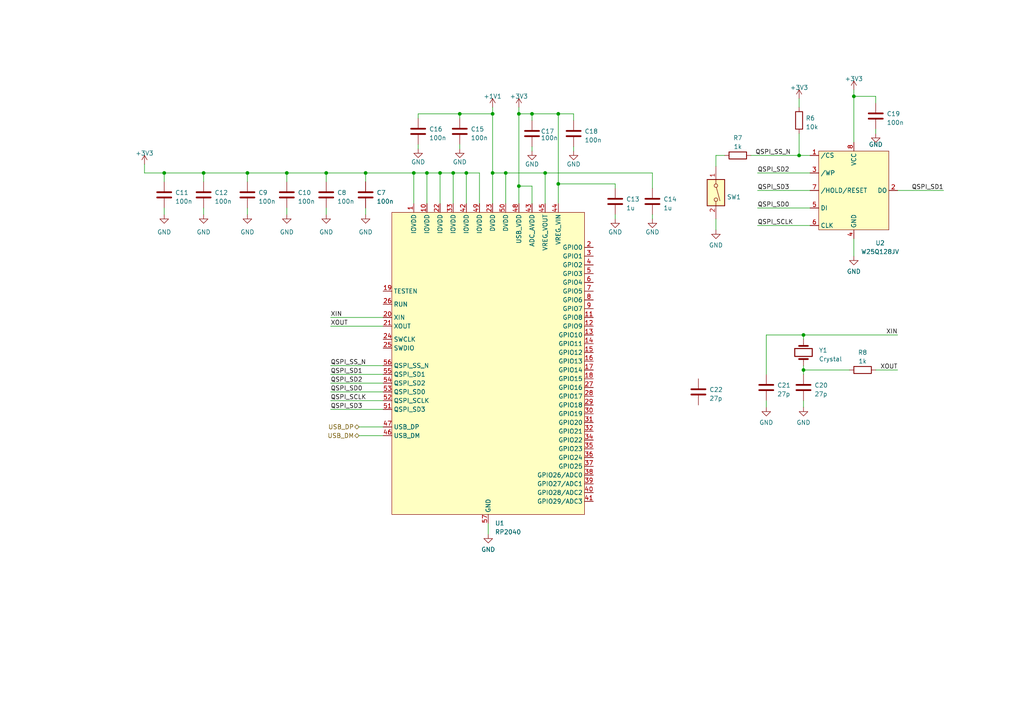
<source format=kicad_sch>
(kicad_sch (version 20230121) (generator eeschema)
  (paper "A4")
  (lib_symbols
    (symbol "Device:C" (pin_numbers hide) (pin_names (offset 0.254))
      (property "Reference" "C" (at 0.635 2.54 0))
      (property "Value" "C" (at 0.635 -2.54 0))
      (symbol "C_0_1"
        (polyline (pts (xy -2.032 -0.762) (xy 2.032 -0.762)) (stroke (width 0.508)))
        (polyline (pts (xy -2.032 0.762) (xy 2.032 0.762)) (stroke (width 0.508)))
      )
      (symbol "C_1_1"
        (pin passive line (at 0 3.81 270) (length 2.794) (name "~") (number "1"))
        (pin passive line (at 0 -3.81 90) (length 2.794) (name "~") (number "2"))
      )
    )
    (symbol "Device:Crystal" (pin_numbers hide) (pin_names (offset 1.016) hide)
      (property "Reference" "Y" (at 0 3.81 0))
      (property "Value" "Crystal" (at 0 -3.81 0))
      (symbol "Crystal_0_1"
        (rectangle (start -1.143 2.54) (end 1.143 -2.54) (stroke (width 0.3048)))
        (polyline (pts (xy -2.54 0) (xy -1.905 0)))
        (polyline (pts (xy -1.905 -1.27) (xy -1.905 1.27)) (stroke (width 0.508)))
        (polyline (pts (xy 1.905 -1.27) (xy 1.905 1.27)) (stroke (width 0.508)))
        (polyline (pts (xy 2.54 0) (xy 1.905 0)))
      )
      (symbol "Crystal_1_1"
        (pin passive line (at -3.81 0 0) (length 1.27) (name "1") (number "1"))
        (pin passive line (at 3.81 0 180) (length 1.27) (name "2") (number "2"))
      )
    )
    (symbol "Device:R" (pin_numbers hide) (pin_names (offset 0))
      (property "Reference" "R" (at 2.032 0 90))
      (property "Value" "R" (at 0 0 90))
      (symbol "R_0_1"
        (rectangle (start -1.016 -2.54) (end 1.016 2.54) (stroke (width 0.254)))
      )
      (symbol "R_1_1"
        (pin passive line (at 0 3.81 270) (length 1.27) (name "~") (number "1"))
        (pin passive line (at 0 -3.81 90) (length 1.27) (name "~") (number "2"))
      )
    )
    (symbol "Switch:SW_DIP_x01" (pin_names (offset 0) hide)
      (property "Reference" "SW" (at 0 3.81 0))
      (property "Value" "SW_DIP_x01" (at 0 -3.81 0))
      (symbol "SW_DIP_x01_0_0"
        (circle (center -2.032 0) (radius 0.508))
        (polyline (pts (xy -1.524 0.127) (xy 2.3622 1.1684)))
        (circle (center 2.032 0) (radius 0.508))
      )
      (symbol "SW_DIP_x01_0_1"
        (rectangle (start -3.81 2.54) (end 3.81 -2.54) (stroke (width 0.254)) (fill (type background)))
      )
      (symbol "SW_DIP_x01_1_1"
        (pin passive line (at -7.62 0 0) (length 5.08) (name "~") (number "1"))
        (pin passive line (at 7.62 0 180) (length 5.08) (name "~") (number "2"))
      )
    )
    (symbol "User_Symbol:RP2040"
      (property "Reference" "U" (at 3.81 -44.45 0))
      (property "Value" "RP2040" (at 6.35 -46.99 0))
      (symbol "RP2040_0_1"
        (rectangle (start -27.94 45.72) (end 27.94 -41.91) (fill (type background)))
      )
      (symbol "RP2040_1_1"
        (pin power_in line (at -21.59 48.26 270) (length 2.54) (name "IOVDD") (number "1"))
        (pin power_in line (at -17.78 48.26 270) (length 2.54) (name "IOVDD") (number "10"))
        (pin bidirectional line (at 30.48 15.24 180) (length 2.54) (name "GPIO8") (number "11"))
        (pin bidirectional line (at 30.48 12.7 180) (length 2.54) (name "GPIO9") (number "12"))
        (pin bidirectional line (at 30.48 10.16 180) (length 2.54) (name "GPIO10") (number "13"))
        (pin bidirectional line (at 30.48 7.62 180) (length 2.54) (name "GPIO11") (number "14"))
        (pin bidirectional line (at 30.48 5.08 180) (length 2.54) (name "GPIO12") (number "15"))
        (pin bidirectional line (at 30.48 2.54 180) (length 2.54) (name "GPIO13") (number "16"))
        (pin bidirectional line (at 30.48 0 180) (length 2.54) (name "GPIO14") (number "17"))
        (pin bidirectional line (at 30.48 -2.54 180) (length 2.54) (name "GPIO15") (number "18"))
        (pin bidirectional line (at -30.48 22.86 0) (length 2.54) (name "TESTEN") (number "19"))
        (pin bidirectional line (at 30.48 35.56 180) (length 2.54) (name "GPIO0") (number "2"))
        (pin input line (at -30.48 15.24 0) (length 2.54) (name "XIN") (number "20"))
        (pin output line (at -30.48 12.7 0) (length 2.54) (name "XOUT") (number "21"))
        (pin power_in line (at -13.97 48.26 270) (length 2.54) (name "IOVDD") (number "22"))
        (pin power_in line (at 1.27 48.26 270) (length 2.54) (name "DVDD") (number "23"))
        (pin bidirectional line (at -30.48 8.89 0) (length 2.54) (name "SWCLK") (number "24"))
        (pin bidirectional line (at -30.48 6.35 0) (length 2.54) (name "SWDIO") (number "25"))
        (pin bidirectional line (at -30.48 19.05 0) (length 2.54) (name "RUN") (number "26"))
        (pin bidirectional line (at 30.48 -5.08 180) (length 2.54) (name "GPIO16") (number "27"))
        (pin bidirectional line (at 30.48 -7.62 180) (length 2.54) (name "GPIO17") (number "28"))
        (pin bidirectional line (at 30.48 -10.16 180) (length 2.54) (name "GPIO18") (number "29"))
        (pin bidirectional line (at 30.48 33.02 180) (length 2.54) (name "GPIO1") (number "3"))
        (pin bidirectional line (at 30.48 -12.7 180) (length 2.54) (name "GPIO19") (number "30"))
        (pin bidirectional line (at 30.48 -15.24 180) (length 2.54) (name "GPIO20") (number "31"))
        (pin bidirectional line (at 30.48 -17.78 180) (length 2.54) (name "GPIO21") (number "32"))
        (pin power_in line (at -10.16 48.26 270) (length 2.54) (name "IOVDD") (number "33"))
        (pin bidirectional line (at 30.48 -20.32 180) (length 2.54) (name "GPIO22") (number "34"))
        (pin bidirectional line (at 30.48 -22.86 180) (length 2.54) (name "GPIO23") (number "35"))
        (pin bidirectional line (at 30.48 -25.4 180) (length 2.54) (name "GPIO24") (number "36"))
        (pin bidirectional line (at 30.48 -27.94 180) (length 2.54) (name "GPIO25") (number "37"))
        (pin bidirectional line (at 30.48 -30.48 180) (length 2.54) (name "GPIO26/ADC0") (number "38"))
        (pin bidirectional line (at 30.48 -33.02 180) (length 2.54) (name "GPIO27/ADC1") (number "39"))
        (pin bidirectional line (at 30.48 30.48 180) (length 2.54) (name "GPIO2") (number "4"))
        (pin bidirectional line (at 30.48 -35.56 180) (length 2.54) (name "GPIO28/ADC2") (number "40"))
        (pin bidirectional line (at 30.48 -38.1 180) (length 2.54) (name "GPIO29/ADC3") (number "41"))
        (pin power_in line (at -6.35 48.26 270) (length 2.54) (name "IOVDD") (number "42"))
        (pin power_in line (at 12.7 48.26 270) (length 2.54) (name "ADC_AVDD") (number "43"))
        (pin power_out line (at 20.32 48.26 270) (length 2.54) (name "VREG_VIN") (number "44"))
        (pin power_out line (at 16.51 48.26 270) (length 2.54) (name "VREG_VOUT") (number "45"))
        (pin bidirectional line (at -30.48 -19.05 0) (length 2.54) (name "USB_DM") (number "46"))
        (pin bidirectional line (at -30.48 -16.51 0) (length 2.54) (name "USB_DP") (number "47"))
        (pin power_in line (at 8.89 48.26 270) (length 2.54) (name "USB_VDD") (number "48"))
        (pin power_in line (at -2.54 48.26 270) (length 2.54) (name "IOVDD") (number "49"))
        (pin bidirectional line (at 30.48 27.94 180) (length 2.54) (name "GPIO3") (number "5"))
        (pin power_in line (at 5.08 48.26 270) (length 2.54) (name "DVDD") (number "50"))
        (pin bidirectional line (at -30.48 -11.43 0) (length 2.54) (name "QSPI_SD3") (number "51"))
        (pin bidirectional line (at -30.48 -8.89 0) (length 2.54) (name "QSPI_SCLK") (number "52"))
        (pin bidirectional line (at -30.48 -6.35 0) (length 2.54) (name "QSPI_SD0") (number "53"))
        (pin bidirectional line (at -30.48 -3.81 0) (length 2.54) (name "QSPI_SD2") (number "54"))
        (pin bidirectional line (at -30.48 -1.27 0) (length 2.54) (name "QSPI_SD1") (number "55"))
        (pin bidirectional line (at -30.48 1.27 0) (length 2.54) (name "QSPI_SS_N") (number "56"))
        (pin power_in line (at 0 -44.45 90) (length 2.54) (name "GND") (number "57"))
        (pin bidirectional line (at 30.48 25.4 180) (length 2.54) (name "GPIO4") (number "6"))
        (pin bidirectional line (at 30.48 22.86 180) (length 2.54) (name "GPIO5") (number "7"))
        (pin bidirectional line (at 30.48 20.32 180) (length 2.54) (name "GPIO6") (number "8"))
        (pin bidirectional line (at 30.48 17.78 180) (length 2.54) (name "GPIO7") (number "9"))
      )
    )
    (symbol "User_Symbol:W25Q128JV"
      (property "Reference" "U" (at 3.81 -13.97 0))
      (property "Value" "W25Q128JV" (at 6.35 -16.51 0))
      (symbol "W25Q128JV_0_1"
        (rectangle (start -10.16 11.43) (end 10.16 -11.43) (fill (type background)))
      )
      (symbol "W25Q128JV_1_1"
        (pin input line (at -12.7 10.16 0) (length 2.54) (name "/CS") (number "1"))
        (pin output line (at 12.7 0 180) (length 2.54) (name "DO") (number "2"))
        (pin input line (at -12.7 5.08 0) (length 2.54) (name "/WP") (number "3"))
        (pin power_in line (at 0 -13.97 90) (length 2.54) (name "GND") (number "4"))
        (pin input line (at -12.7 -5.08 0) (length 2.54) (name "DI") (number "5"))
        (pin input line (at -12.7 -10.16 0) (length 2.54) (name "CLK") (number "6"))
        (pin input line (at -12.7 0 0) (length 2.54) (name "/HOLD/RESET") (number "7"))
        (pin power_in line (at 0 13.97 270) (length 2.54) (name "VCC") (number "8"))
      )
    )
    (symbol "power:+1V1" (power) (pin_names (offset 0))
      (property "Value" "+1V1" (at 0 3.556 0))
      (symbol "+1V1_0_1"
        (polyline (pts (xy -0.762 1.27) (xy 0 2.54)))
        (polyline (pts (xy 0 0) (xy 0 2.54)))
        (polyline (pts (xy 0 2.54) (xy 0.762 1.27)))
      )
      (symbol "+1V1_1_1"
        (pin power_in line (at 0 0 90) (length 0) hide (name "+1V1") (number "1"))
      )
    )
    (symbol "power:+3V3" (power) (pin_names (offset 0))
      (property "Value" "+3V3" (at 0 3.556 0))
      (symbol "+3V3_0_1"
        (polyline (pts (xy -0.762 1.27) (xy 0 2.54)))
        (polyline (pts (xy 0 0) (xy 0 2.54)))
        (polyline (pts (xy 0 2.54) (xy 0.762 1.27)))
      )
      (symbol "+3V3_1_1"
        (pin power_in line (at 0 0 90) (length 0) hide (name "+3V3") (number "1"))
      )
    )
    (symbol "power:GND" (power) (pin_names (offset 0))
      (property "Value" "GND" (at 0 -3.81 0))
      (symbol "GND_0_1"
        (polyline (pts (xy 0 0) (xy 0 -1.27) (xy 1.27 -1.27) (xy 0 -2.54) (xy -1.27 -1.27) (xy 0 -1.27)))
      )
      (symbol "GND_1_1"
        (pin power_in line (at 0 0 270) (length 0) hide (name "GND") (number "1"))
      )
    )
  )
  (junction (at 94.615 50.165))
  (junction (at 150.495 33.02))
  (junction (at 231.775 45.085))
  (junction (at 133.35 33.02))
  (junction (at 158.115 50.165))
  (junction (at 135.255 50.165))
  (junction (at 71.755 50.165))
  (junction (at 142.875 50.165))
  (junction (at 142.875 33.02))
  (junction (at 154.305 33.02))
  (junction (at 120.015 50.165))
  (junction (at 161.925 53.34))
  (junction (at 233.045 107.315))
  (junction (at 150.495 53.975))
  (junction (at 233.045 97.155))
  (junction (at 59.055 50.165))
  (junction (at 106.045 50.165))
  (junction (at 161.925 33.02))
  (junction (at 131.445 50.165))
  (junction (at 83.185 50.165))
  (junction (at 146.685 50.165))
  (junction (at 123.825 50.165))
  (junction (at 47.625 50.165))
  (junction (at 127.635 50.165))
  (junction (at 247.65 27.94))
  (wire (pts (xy 231.775 38.735) (xy 231.775 45.085)))
  (wire (pts (xy 133.35 33.02) (xy 133.35 34.29)))
  (wire (pts (xy 247.65 26.035) (xy 247.65 27.94)))
  (wire (pts (xy 133.35 33.02) (xy 142.875 33.02)))
  (wire (pts (xy 231.775 28.575) (xy 231.775 31.115)))
  (wire (pts (xy 233.045 97.155) (xy 233.045 98.425)))
  (wire (pts (xy 219.71 55.245) (xy 234.95 55.245)))
  (wire (pts (xy 222.25 116.205) (xy 222.25 118.11)))
  (wire (pts (xy 47.625 50.165) (xy 59.055 50.165)))
  (wire (pts (xy 121.285 33.02) (xy 133.35 33.02)))
  (wire (pts (xy 260.35 55.245) (xy 273.685 55.245)))
  (wire (pts (xy 94.615 60.325) (xy 94.615 62.23)))
  (wire (pts (xy 95.885 118.745) (xy 111.125 118.745)))
  (wire (pts (xy 94.615 50.165) (xy 94.615 52.705)))
  (wire (pts (xy 161.925 33.02) (xy 161.925 53.34)))
  (wire (pts (xy 139.065 59.055) (xy 139.065 50.165)))
  (wire (pts (xy 189.23 50.165) (xy 158.115 50.165)))
  (wire (pts (xy 127.635 50.165) (xy 127.635 59.055)))
  (wire (pts (xy 166.37 33.02) (xy 166.37 34.925)))
  (wire (pts (xy 95.885 92.075) (xy 111.125 92.075)))
  (wire (pts (xy 41.91 47.625) (xy 41.91 50.165)))
  (wire (pts (xy 154.305 33.02) (xy 161.925 33.02)))
  (wire (pts (xy 150.495 31.115) (xy 150.495 33.02)))
  (wire (pts (xy 166.37 42.545) (xy 166.37 43.815)))
  (wire (pts (xy 219.71 50.165) (xy 234.95 50.165)))
  (wire (pts (xy 123.825 50.165) (xy 127.635 50.165)))
  (wire (pts (xy 233.045 116.205) (xy 233.045 118.11)))
  (wire (pts (xy 135.255 50.165) (xy 139.065 50.165)))
  (wire (pts (xy 161.925 33.02) (xy 166.37 33.02)))
  (wire (pts (xy 83.185 60.325) (xy 83.185 62.23)))
  (wire (pts (xy 158.115 50.165) (xy 146.685 50.165)))
  (wire (pts (xy 150.495 59.055) (xy 150.495 53.975)))
  (wire (pts (xy 161.925 59.055) (xy 161.925 53.34)))
  (wire (pts (xy 106.045 50.165) (xy 106.045 52.705)))
  (wire (pts (xy 207.645 63.5) (xy 207.645 66.675)))
  (wire (pts (xy 41.91 50.165) (xy 47.625 50.165)))
  (wire (pts (xy 59.055 50.165) (xy 59.055 52.705)))
  (wire (pts (xy 95.885 113.665) (xy 111.125 113.665)))
  (wire (pts (xy 247.65 69.215) (xy 247.65 74.295)))
  (wire (pts (xy 189.23 54.61) (xy 189.23 50.165)))
  (wire (pts (xy 219.71 60.325) (xy 234.95 60.325)))
  (wire (pts (xy 106.045 50.165) (xy 120.015 50.165)))
  (wire (pts (xy 154.305 42.545) (xy 154.305 43.815)))
  (wire (pts (xy 217.805 45.085) (xy 231.775 45.085)))
  (wire (pts (xy 95.885 94.615) (xy 111.125 94.615)))
  (wire (pts (xy 95.885 116.205) (xy 111.125 116.205)))
  (wire (pts (xy 150.495 33.02) (xy 154.305 33.02)))
  (wire (pts (xy 142.875 59.055) (xy 142.875 50.165)))
  (wire (pts (xy 231.775 45.085) (xy 234.95 45.085)))
  (wire (pts (xy 121.285 41.91) (xy 121.285 43.18)))
  (wire (pts (xy 254 37.465) (xy 254 38.735)))
  (wire (pts (xy 71.755 50.165) (xy 71.755 52.705)))
  (wire (pts (xy 178.435 62.23) (xy 178.435 63.5)))
  (wire (pts (xy 59.055 60.325) (xy 59.055 62.23)))
  (wire (pts (xy 83.185 50.165) (xy 94.615 50.165)))
  (wire (pts (xy 106.045 60.325) (xy 106.045 62.23)))
  (wire (pts (xy 94.615 50.165) (xy 106.045 50.165)))
  (wire (pts (xy 233.045 106.045) (xy 233.045 107.315)))
  (wire (pts (xy 47.625 50.165) (xy 47.625 52.705)))
  (wire (pts (xy 95.885 111.125) (xy 111.125 111.125)))
  (wire (pts (xy 154.305 59.055) (xy 154.305 53.975)))
  (wire (pts (xy 254 29.845) (xy 254 27.94)))
  (wire (pts (xy 71.755 60.325) (xy 71.755 62.23)))
  (wire (pts (xy 189.23 63.5) (xy 189.23 62.23)))
  (wire (pts (xy 95.885 106.045) (xy 111.125 106.045)))
  (wire (pts (xy 207.645 48.26) (xy 207.645 45.085)))
  (wire (pts (xy 219.71 65.405) (xy 234.95 65.405)))
  (wire (pts (xy 154.305 33.02) (xy 154.305 34.925)))
  (wire (pts (xy 141.605 151.765) (xy 141.605 154.94)))
  (wire (pts (xy 146.685 50.165) (xy 146.685 59.055)))
  (wire (pts (xy 207.645 45.085) (xy 210.185 45.085)))
  (wire (pts (xy 135.255 50.165) (xy 135.255 59.055)))
  (wire (pts (xy 247.65 27.94) (xy 247.65 41.275)))
  (wire (pts (xy 133.35 41.91) (xy 133.35 43.18)))
  (wire (pts (xy 142.875 33.02) (xy 142.875 50.165)))
  (wire (pts (xy 123.825 50.165) (xy 123.825 59.055)))
  (wire (pts (xy 154.305 53.975) (xy 150.495 53.975)))
  (wire (pts (xy 233.045 107.315) (xy 233.045 108.585)))
  (wire (pts (xy 247.65 27.94) (xy 254 27.94)))
  (wire (pts (xy 59.055 50.165) (xy 71.755 50.165)))
  (wire (pts (xy 142.875 50.165) (xy 146.685 50.165)))
  (wire (pts (xy 104.14 123.825) (xy 111.125 123.825)))
  (wire (pts (xy 233.045 97.155) (xy 260.35 97.155)))
  (wire (pts (xy 120.015 50.165) (xy 123.825 50.165)))
  (wire (pts (xy 121.285 34.29) (xy 121.285 33.02)))
  (wire (pts (xy 142.875 31.115) (xy 142.875 33.02)))
  (wire (pts (xy 158.115 59.055) (xy 158.115 50.165)))
  (wire (pts (xy 222.25 97.155) (xy 233.045 97.155)))
  (wire (pts (xy 150.495 53.975) (xy 150.495 33.02)))
  (wire (pts (xy 127.635 50.165) (xy 131.445 50.165)))
  (wire (pts (xy 71.755 50.165) (xy 83.185 50.165)))
  (wire (pts (xy 233.045 107.315) (xy 246.38 107.315)))
  (wire (pts (xy 161.925 53.34) (xy 178.435 53.34)))
  (wire (pts (xy 95.885 108.585) (xy 111.125 108.585)))
  (wire (pts (xy 254 107.315) (xy 260.35 107.315)))
  (wire (pts (xy 131.445 50.165) (xy 131.445 59.055)))
  (wire (pts (xy 222.25 108.585) (xy 222.25 97.155)))
  (wire (pts (xy 120.015 50.165) (xy 120.015 59.055)))
  (wire (pts (xy 178.435 53.34) (xy 178.435 54.61)))
  (wire (pts (xy 104.14 126.365) (xy 111.125 126.365)))
  (wire (pts (xy 83.185 52.705) (xy 83.185 50.165)))
  (wire (pts (xy 47.625 60.325) (xy 47.625 62.23)))
  (wire (pts (xy 131.445 50.165) (xy 135.255 50.165)))
  (label "QSPI_SD0" (at 95.885 113.665 0))
  (label "QSPI_SD1" (at 95.885 108.585 0))
  (label "XOUT" (at 260.35 107.315 180))
  (label "XIN" (at 95.885 92.075 0))
  (label "QSPI_SS_N" (at 95.885 106.045 0))
  (label "QSPI_SD0" (at 219.71 60.325 0))
  (label "XOUT" (at 95.885 94.615 0))
  (label "QSPI_SCLK" (at 95.885 116.205 0))
  (label "QSPI_SD2" (at 95.885 111.125 0))
  (label "XIN" (at 260.35 97.155 180))
  (label "QSPI_SCLK" (at 219.71 65.405 0))
  (label "QSPI_SD3" (at 219.71 55.245 0))
  (label "QSPI_SD2" (at 219.71 50.165 0))
  (label "QSPI_SD1" (at 273.685 55.245 180))
  (label "QSPI_SS_N" (at 219.075 45.085 0))
  (label "QSPI_SD3" (at 95.885 118.745 0))
  (hierarchical_label "USB_DM" (shape bidirectional) (at 104.14 126.365 180))
  (hierarchical_label "USB_DP" (shape bidirectional) (at 104.14 123.825 180))
  (symbol (lib_id "Device:C") (at 178.435 58.42 0) (unit 1)
    (property "Reference" "C13" (at 181.61 57.785 0) (effects (justify left)))
    (property "Value" "1u" (at 181.61 60.325 0) (effects (justify left)))
  )
  (symbol (lib_id "power:+3V3") (at 41.91 47.625 0) (unit 1)
    (property "Reference" "#PWR015" (effects hide))
    (property "Value" "+3V3" (at 41.91 44.45 0))
  )
  (symbol (lib_id "Device:C") (at 71.755 56.515 0) (unit 1)
    (property "Reference" "C9" (at 74.93 55.88 0) (effects (justify left)))
    (property "Value" "100n" (at 74.93 58.42 0) (effects (justify left)))
  )
  (symbol (lib_id "Device:C") (at 83.185 56.515 0) (unit 1)
    (property "Reference" "C10" (at 86.36 55.88 0) (effects (justify left)))
    (property "Value" "100n" (at 86.36 58.42 0) (effects (justify left)))
  )
  (symbol (lib_id "Device:Crystal") (at 233.045 102.235 90) (unit 1)
    (property "Reference" "Y1" (at 237.49 101.6 90) (effects (justify right)))
    (property "Value" "Crystal" (at 237.49 104.14 90) (effects (justify right)))
  )
  (symbol (lib_id "power:GND") (at 47.625 62.23 0) (unit 1)
    (property "Reference" "#PWR016" (effects hide))
    (property "Value" "GND" (at 47.625 67.31 0))
  )
  (symbol (lib_id "Device:C") (at 121.285 38.1 0) (unit 1)
    (property "Reference" "C16" (at 124.46 37.465 0) (effects (justify left)))
    (property "Value" "100n" (at 124.46 40.005 0) (effects (justify left)))
  )
  (symbol (lib_id "power:GND") (at 121.285 43.18 0) (unit 1)
    (property "Reference" "#PWR025" (effects hide))
    (property "Value" "GND" (at 121.285 46.99 0))
  )
  (symbol (lib_id "Device:C") (at 222.25 112.395 0) (unit 1)
    (property "Reference" "C21" (at 225.425 111.76 0) (effects (justify left)))
    (property "Value" "27p" (at 225.425 114.3 0) (effects (justify left)))
  )
  (symbol (lib_id "power:GND") (at 189.23 63.5 0) (unit 1)
    (property "Reference" "#PWR024" (effects hide))
    (property "Value" "GND" (at 189.23 67.31 0))
  )
  (symbol (lib_id "Device:C") (at 106.045 56.515 0) (unit 1)
    (property "Reference" "C7" (at 109.22 55.88 0) (effects (justify left)))
    (property "Value" "100n" (at 109.22 58.42 0) (effects (justify left)))
  )
  (symbol (lib_id "power:GND") (at 233.045 118.11 0) (unit 1)
    (property "Reference" "#PWR01" (effects hide))
    (property "Value" "GND" (at 233.045 122.555 0))
    (instances (project "Raspi Pico Board" (path "" (reference "#PWR01") (unit 1)) (path "" (reference "#PWR034") (unit 1))))
  )
  (symbol (lib_id "Device:C") (at 233.045 112.395 0) (unit 1)
    (property "Reference" "C20" (at 236.22 111.76 0) (effects (justify left)))
    (property "Value" "27p" (at 236.22 114.3 0) (effects (justify left)))
  )
  (symbol (lib_id "power:GND") (at 207.645 66.675 0) (unit 1)
    (property "Reference" "#PWR02" (effects hide))
    (property "Value" "GND" (at 207.645 71.12 0))
    (instances (project "Raspi Pico Board" (path "" (reference "#PWR02") (unit 1)) (path "" (reference "#PWR031") (unit 1))))
  )
  (symbol (lib_id "Device:C") (at 254 33.655 0) (unit 1)
    (property "Reference" "C19" (at 257.175 33.02 0) (effects (justify left)))
    (property "Value" "100n" (at 257.175 35.56 0) (effects (justify left)))
  )
  (symbol (lib_id "power:GND") (at 94.615 62.23 0) (unit 1)
    (property "Reference" "#PWR020" (effects hide))
    (property "Value" "GND" (at 94.615 67.31 0))
  )
  (symbol (lib_id "Device:C") (at 154.305 38.735 0) (unit 1)
    (property "Reference" "C17" (at 156.845 38.1 0) (effects (justify left)))
    (property "Value" "100n" (at 156.845 40.005 0) (effects (justify left)))
  )
  (symbol (lib_id "Device:C") (at 47.625 56.515 0) (unit 1)
    (property "Reference" "C11" (at 50.8 55.88 0) (effects (justify left)))
    (property "Value" "100n" (at 50.8 58.42 0) (effects (justify left)))
  )
  (symbol (lib_id "power:GND") (at 178.435 63.5 0) (unit 1)
    (property "Reference" "#PWR023" (effects hide))
    (property "Value" "GND" (at 178.435 67.31 0))
  )
  (symbol (lib_id "power:GND") (at 254 38.735 0) (unit 1)
    (property "Reference" "#PWR02" (effects hide))
    (property "Value" "GND" (at 254 41.91 0))
    (instances (project "Raspi Pico Board" (path "" (reference "#PWR02") (unit 1)) (path "" (reference "#PWR033") (unit 1))))
  )
  (symbol (lib_id "power:GND") (at 166.37 43.815 0) (unit 1)
    (property "Reference" "#PWR028" (effects hide))
    (property "Value" "GND" (at 166.37 47.625 0))
  )
  (symbol (lib_id "power:GND") (at 133.35 43.18 0) (unit 1)
    (property "Reference" "#PWR026" (effects hide))
    (property "Value" "GND" (at 133.35 46.99 0))
  )
  (symbol (lib_id "Device:C") (at 189.23 58.42 0) (unit 1)
    (property "Reference" "C14" (at 192.405 57.785 0) (effects (justify left)))
    (property "Value" "1u" (at 192.405 60.325 0) (effects (justify left)))
  )
  (symbol (lib_id "User_Symbol:W25Q128JV") (at 247.65 55.245 0) (unit 1)
    (property "Reference" "U2" (at 255.27 70.485 0))
    (property "Value" "W25Q128JV" (at 255.27 73.025 0))
    (property "Datasheet" "https://eu.mouser.com/datasheet/2/949/w25q128jv_dtr_revc_03272018_plus-1489858.pdf" (effects hide))
  )
  (symbol (lib_id "power:GND") (at 141.605 154.94 0) (unit 1)
    (property "Reference" "#PWR01" (effects hide))
    (property "Value" "GND" (at 141.605 159.385 0))
  )
  (symbol (lib_id "Device:R") (at 213.995 45.085 90) (unit 1)
    (property "Reference" "R7" (at 213.995 40.005 90))
    (property "Value" "1k" (at 213.995 42.545 90))
  )
  (symbol (lib_id "power:GND") (at 154.305 43.815 0) (unit 1)
    (property "Reference" "#PWR027" (effects hide))
    (property "Value" "GND" (at 154.305 47.625 0))
  )
  (symbol (lib_id "Device:C") (at 202.565 113.665 0) (unit 1)
    (property "Reference" "C22" (at 205.74 113.03 0) (effects (justify left)))
    (property "Value" "27p" (at 205.74 115.57 0) (effects (justify left)))
  )
  (symbol (lib_id "Device:R") (at 231.775 34.925 0) (unit 1)
    (property "Reference" "R6" (at 233.68 34.29 0) (effects (justify left)))
    (property "Value" "10k" (at 233.68 36.83 0) (effects (justify left)))
  )
  (symbol (lib_id "power:GND") (at 222.25 118.11 0) (unit 1)
    (property "Reference" "#PWR01" (effects hide))
    (property "Value" "GND" (at 222.25 122.555 0))
    (instances (project "Raspi Pico Board" (path "" (reference "#PWR01") (unit 1)) (path "" (reference "#PWR035") (unit 1))))
  )
  (symbol (lib_id "power:GND") (at 106.045 62.23 0) (unit 1)
    (property "Reference" "#PWR021" (effects hide))
    (property "Value" "GND" (at 106.045 67.31 0))
  )
  (symbol (lib_id "power:+3V3") (at 247.65 26.035 0) (unit 1)
    (property "Reference" "#PWR032" (effects hide))
    (property "Value" "+3V3" (at 247.65 22.86 0))
  )
  (symbol (lib_id "power:+3V3") (at 150.495 31.115 0) (unit 1)
    (property "Reference" "#PWR029" (effects hide))
    (property "Value" "+3V3" (at 150.495 27.94 0))
  )
  (symbol (lib_id "power:+3V3") (at 231.775 28.575 0) (unit 1)
    (property "Reference" "#PWR030" (effects hide))
    (property "Value" "+3V3" (at 231.775 25.4 0))
  )
  (symbol (lib_id "Device:C") (at 166.37 38.735 0) (unit 1)
    (property "Reference" "C18" (at 169.545 38.1 0) (effects (justify left)))
    (property "Value" "100n" (at 169.545 40.64 0) (effects (justify left)))
  )
  (symbol (lib_id "Device:C") (at 133.35 38.1 0) (unit 1)
    (property "Reference" "C15" (at 136.525 37.465 0) (effects (justify left)))
    (property "Value" "100n" (at 136.525 40.005 0) (effects (justify left)))
  )
  (symbol (lib_id "Device:C") (at 94.615 56.515 0) (unit 1)
    (property "Reference" "C8" (at 97.79 55.88 0) (effects (justify left)))
    (property "Value" "100n" (at 97.79 58.42 0) (effects (justify left)))
  )
  (symbol (lib_id "power:GND") (at 83.185 62.23 0) (unit 1)
    (property "Reference" "#PWR019" (effects hide))
    (property "Value" "GND" (at 83.185 67.31 0))
  )
  (symbol (lib_id "power:GND") (at 71.755 62.23 0) (unit 1)
    (property "Reference" "#PWR018" (effects hide))
    (property "Value" "GND" (at 71.755 67.31 0))
  )
  (symbol (lib_id "power:GND") (at 59.055 62.23 0) (unit 1)
    (property "Reference" "#PWR017" (effects hide))
    (property "Value" "GND" (at 59.055 67.31 0))
  )
  (symbol (lib_id "Device:R") (at 250.19 107.315 90) (unit 1)
    (property "Reference" "R8" (at 250.19 102.235 90))
    (property "Value" "1k" (at 250.19 104.775 90))
  )
  (symbol (lib_id "Device:C") (at 59.055 56.515 0) (unit 1)
    (property "Reference" "C12" (at 62.23 55.88 0) (effects (justify left)))
    (property "Value" "100n" (at 62.23 58.42 0) (effects (justify left)))
  )
  (symbol (lib_id "Switch:SW_DIP_x01") (at 207.645 55.88 270) (unit 1)
    (property "Reference" "SW1" (at 210.82 57.15 90) (effects (justify left)))
    (property "Value" "SW_DIP_x01" (effects hide))
  )
  (symbol (lib_id "power:+1V1") (at 142.875 31.115 0) (unit 1)
    (property "Reference" "#PWR022" (effects hide))
    (property "Value" "+1V1" (at 142.875 27.94 0))
  )
  (symbol (lib_id "power:GND") (at 247.65 74.295 0) (unit 1)
    (property "Reference" "#PWR02" (effects hide))
    (property "Value" "GND" (at 247.65 78.74 0))
  )
  (symbol (lib_id "User_Symbol:RP2040") (at 141.605 107.315 0) (unit 1)
    (property "Reference" "U1" (at 143.5609 151.765 0) (effects (justify left)))
    (property "Value" "RP2040" (at 143.5609 154.305 0) (effects (justify left)))
    (property "Datasheet" "https://www.farnell.com/datasheets/3213406.pdf" (effects hide))
  )
)
</source>
